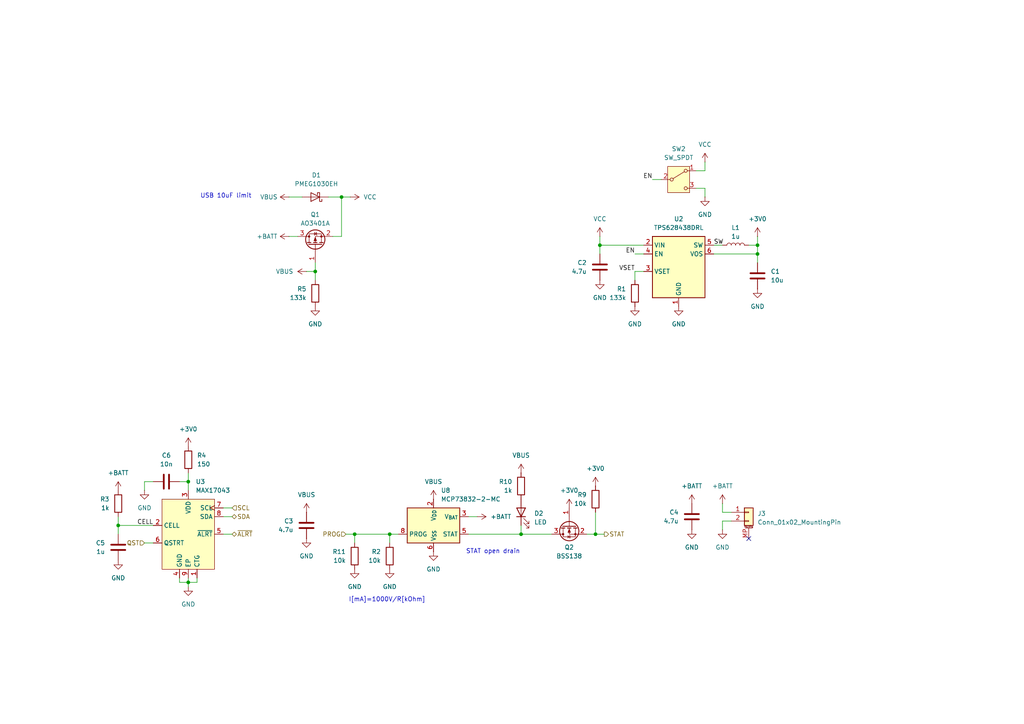
<source format=kicad_sch>
(kicad_sch (version 20250114) (generator "eeschema") (generator_version "9.0")
  (paper "A4")
  (lib_symbols
    (symbol "Battery_Management:MCP73832-2-MC"
      (property "Reference" "U" (at -7.62 6.35 0))
      (property "Value" "MCP73832-2-MC" (at 1.27 6.35 0))
      (symbol "MCP73832-2-MC_0_1"
        (rectangle (start -7.62 5.08) (end 7.62 -5.08) (stroke (width 0.254)) (fill (type background)))
      )
      (symbol "MCP73832-2-MC_1_1"
        (pin input line (at -10.16 -2.54 0) (length 2.54) (name "PROG") (number "8"))
        (pin no_connect line (at -7.62 2.54 0) (length 2.54) (hide yes) (name "NC") (number "7"))
        (pin passive line (at 0 7.62 270) (length 2.54) (hide yes) (name "V_{DD}") (number "1"))
        (pin power_in line (at 0 7.62 270) (length 2.54) (name "V_{DD}") (number "2"))
        (pin power_in line (at 0 -7.62 90) (length 2.54) (name "V_{SS}") (number "6"))
        (pin power_out line (at 10.16 2.54 180) (length 2.54) (name "V_{BAT}") (number "3"))
        (pin passive line (at 10.16 2.54 180) (length 2.54) (hide yes) (name "V_{BAT}") (number "4"))
        (pin open_collector line (at 10.16 -2.54 180) (length 2.54) (name "STAT") (number "5"))
      )
    )
    (symbol "Connector_Generic_MountingPin:Conn_01x02_MountingPin" (pin_names (offset 1.016) (hide yes))
      (property "Reference" "J" (at 0 2.54 0))
      (property "Value" "Conn_01x02_MountingPin" (at 1.27 -5.08 0))
      (symbol "Conn_01x02_MountingPin_1_1"
        (rectangle (start -1.27 1.27) (end 1.27 -3.81) (stroke (width 0.254)) (fill (type background)))
        (rectangle (start -1.27 0.127) (end 0 -0.127) (stroke (width 0.1524)))
        (rectangle (start -1.27 -2.413) (end 0 -2.667) (stroke (width 0.1524)))
        (polyline (pts (xy -1.016 -4.572) (xy 1.016 -4.572)) (stroke (width 0.1524)))
        (text "Mounting" (at 0 -4.191 0) (effects (font (size 0.381 0.381))))
        (pin passive line (at -5.08 0 0) (length 3.81) (name "Pin_1") (number "1"))
        (pin passive line (at -5.08 -2.54 0) (length 3.81) (name "Pin_2") (number "2"))
        (pin passive line (at 0 -7.62 90) (length 3.048) (name "MountPin") (number "MP"))
      )
    )
    (symbol "Device:C" (pin_numbers (hide yes)) (pin_names (offset 0.254))
      (property "Reference" "C" (at 0.635 2.54 0))
      (property "Value" "C" (at 0.635 -2.54 0))
      (symbol "C_0_1"
        (polyline (pts (xy -2.032 0.762) (xy 2.032 0.762)) (stroke (width 0.508)))
        (polyline (pts (xy -2.032 -0.762) (xy 2.032 -0.762)) (stroke (width 0.508)))
      )
      (symbol "C_1_1"
        (pin passive line (at 0 3.81 270) (length 2.794) (name "~") (number "1"))
        (pin passive line (at 0 -3.81 90) (length 2.794) (name "~") (number "2"))
      )
    )
    (symbol "Device:L" (pin_numbers (hide yes)) (pin_names (offset 1.016) (hide yes))
      (property "Reference" "L" (at -1.27 0 90))
      (property "Value" "L" (at 1.905 0 90))
      (symbol "L_0_1"
        (arc (start 0 2.54) (mid 0.6323 1.905) (end 0 1.27))
        (arc (start 0 1.27) (mid 0.6323 0.635) (end 0 0))
        (arc (start 0 0) (mid 0.6323 -0.635) (end 0 -1.27))
        (arc (start 0 -1.27) (mid 0.6323 -1.905) (end 0 -2.54))
      )
      (symbol "L_1_1"
        (pin passive line (at 0 3.81 270) (length 1.27) (name "1") (number "1"))
        (pin passive line (at 0 -3.81 90) (length 1.27) (name "2") (number "2"))
      )
    )
    (symbol "Device:LED" (pin_numbers (hide yes)) (pin_names (offset 1.016) (hide yes))
      (property "Reference" "D" (at 0 2.54 0))
      (property "Value" "LED" (at 0 -2.54 0))
      (symbol "LED_0_1"
        (polyline (pts (xy -3.048 -0.762) (xy -4.572 -2.286) (xy -3.81 -2.286) (xy -4.572 -2.286) (xy -4.572 -1.524)))
        (polyline (pts (xy -1.778 -0.762) (xy -3.302 -2.286) (xy -2.54 -2.286) (xy -3.302 -2.286) (xy -3.302 -1.524)))
        (polyline (pts (xy -1.27 0) (xy 1.27 0)))
        (polyline (pts (xy -1.27 -1.27) (xy -1.27 1.27)) (stroke (width 0.254)))
        (polyline (pts (xy 1.27 -1.27) (xy 1.27 1.27) (xy -1.27 0) (xy 1.27 -1.27)) (stroke (width 0.254)))
      )
      (symbol "LED_1_1"
        (pin passive line (at -3.81 0 0) (length 2.54) (name "K") (number "1"))
        (pin passive line (at 3.81 0 180) (length 2.54) (name "A") (number "2"))
      )
    )
    (symbol "Device:R" (pin_numbers (hide yes)) (pin_names (offset 0))
      (property "Reference" "R" (at 2.032 0 90))
      (property "Value" "R" (at 0 0 90))
      (symbol "R_0_1"
        (rectangle (start -1.016 -2.54) (end 1.016 2.54) (stroke (width 0.254)))
      )
      (symbol "R_1_1"
        (pin passive line (at 0 3.81 270) (length 1.27) (name "~") (number "1"))
        (pin passive line (at 0 -3.81 90) (length 1.27) (name "~") (number "2"))
      )
    )
    (symbol "Diode:PMEG1030EH" (pin_numbers (hide yes)) (pin_names (hide yes))
      (property "Reference" "D" (at 0 2.54 0))
      (property "Value" "PMEG1030EH" (at 0 -2.54 0))
      (symbol "PMEG1030EH_0_1"
        (polyline (pts (xy -1.905 0.635) (xy -1.905 1.27) (xy -1.27 1.27) (xy -1.27 -1.27) (xy -0.635 -1.27) (xy -0.635 -0.635)) (stroke (width 0.2032)))
        (polyline (pts (xy 1.27 1.27) (xy 1.27 -1.27) (xy -1.27 0) (xy 1.27 1.27)) (stroke (width 0.2032)))
        (polyline (pts (xy 1.27 0) (xy -1.27 0)))
      )
      (symbol "PMEG1030EH_1_1"
        (pin passive line (at -3.81 0 0) (length 2.54) (name "K") (number "1"))
        (pin passive line (at 3.81 0 180) (length 2.54) (name "A") (number "2"))
      )
    )
    (symbol "Project Library:MAX17043"
      (property "Reference" "U" (at -6.35 11.43 0))
      (property "Value" "MAX17043" (at 7.62 11.43 0))
      (symbol "MAX17043_1_1"
        (rectangle (start -7.62 10.16) (end 7.62 -10.16) (fill (type background)))
        (pin power_in line (at -10.16 2.54 0) (length 2.54) (name "CELL") (number "2"))
        (pin input line (at -10.16 -2.54 0) (length 2.54) (name "QSTRT") (number "6"))
        (pin power_in line (at -2.54 -12.7 90) (length 2.54) (name "GND") (number "4"))
        (pin power_in line (at 0 12.7 270) (length 2.54) (name "VDD") (number "3"))
        (pin power_in line (at 0 -12.7 90) (length 2.54) (name "EP") (number "9"))
        (pin input line (at 2.54 -12.7 90) (length 2.54) (name "CTG") (number "1"))
        (pin input clock (at 10.16 7.62 180) (length 2.54) (name "SCL") (number "7"))
        (pin tri_state line (at 10.16 5.08 180) (length 2.54) (name "SDA") (number "8"))
        (pin open_collector line (at 10.16 0 180) (length 2.54) (name "~{ALRT}") (number "5"))
      )
    )
    (symbol "Regulator_Switching:TPS628438DRL"
      (property "Reference" "U" (at -7.62 11.43 0))
      (property "Value" "TPS628438DRL" (at -1.27 11.43 0))
      (symbol "TPS628438DRL_0_1"
        (rectangle (start -7.62 10.16) (end 7.62 -7.62) (stroke (width 0.254)) (fill (type background)))
      )
      (symbol "TPS628438DRL_1_1"
        (pin power_in line (at -10.16 7.62 0) (length 2.54) (name "VIN") (number "2"))
        (pin input line (at -10.16 5.08 0) (length 2.54) (name "EN") (number "4"))
        (pin input line (at -10.16 0 0) (length 2.54) (name "VSET") (number "3"))
        (pin power_in line (at 0 -10.16 90) (length 2.54) (name "GND") (number "1"))
        (pin power_out line (at 10.16 7.62 180) (length 2.54) (name "SW") (number "5"))
        (pin input line (at 10.16 5.08 180) (length 2.54) (name "VOS") (number "6"))
      )
    )
    (symbol "Switch:SW_SPDT" (pin_names (offset 0) (hide yes))
      (property "Reference" "SW" (at 0 5.08 0))
      (property "Value" "SW_SPDT" (at 0 -5.08 0))
      (symbol "SW_SPDT_0_1"
        (circle (center -2.032 0) (radius 0.4572))
        (polyline (pts (xy -1.651 0.254) (xy 1.651 2.286)))
        (circle (center 2.032 2.54) (radius 0.4572))
        (circle (center 2.032 -2.54) (radius 0.4572))
      )
      (symbol "SW_SPDT_1_1"
        (rectangle (start -3.175 3.81) (end 3.175 -3.81) (fill (type background)))
        (pin passive line (at -5.08 0 0) (length 2.54) (name "B") (number "2"))
        (pin passive line (at 5.08 2.54 180) (length 2.54) (name "A") (number "1"))
        (pin passive line (at 5.08 -2.54 180) (length 2.54) (name "C") (number "3"))
      )
    )
    (symbol "Transistor_FET:AO3401A" (pin_names (hide yes))
      (property "Reference" "Q" (at 5.08 1.905 0))
      (property "Value" "AO3401A" (at 5.08 0 0))
      (symbol "AO3401A_0_1"
        (polyline (pts (xy 0.254 1.905) (xy 0.254 -1.905)) (stroke (width 0.254)))
        (polyline (pts (xy 0.254 0) (xy -2.54 0)))
        (polyline (pts (xy 0.762 2.286) (xy 0.762 1.27)) (stroke (width 0.254)))
        (polyline (pts (xy 0.762 1.778) (xy 3.302 1.778) (xy 3.302 -1.778) (xy 0.762 -1.778)))
        (polyline (pts (xy 0.762 0.508) (xy 0.762 -0.508)) (stroke (width 0.254)))
        (polyline (pts (xy 0.762 -1.27) (xy 0.762 -2.286)) (stroke (width 0.254)))
        (circle (center 1.651 0) (radius 2.794) (stroke (width 0.254)))
        (polyline (pts (xy 2.286 0) (xy 1.27 0.381) (xy 1.27 -0.381) (xy 2.286 0)) (fill (type outline)))
        (polyline (pts (xy 2.54 2.54) (xy 2.54 1.778)))
        (circle (center 2.54 1.778) (radius 0.254) (fill (type outline)))
        (circle (center 2.54 -1.778) (radius 0.254) (fill (type outline)))
        (polyline (pts (xy 2.54 -2.54) (xy 2.54 0) (xy 0.762 0)))
        (polyline (pts (xy 2.794 -0.508) (xy 2.921 -0.381) (xy 3.683 -0.381) (xy 3.81 -0.254)))
        (polyline (pts (xy 3.302 -0.381) (xy 2.921 0.254) (xy 3.683 0.254) (xy 3.302 -0.381)))
      )
      (symbol "AO3401A_1_1"
        (pin input line (at -5.08 0 0) (length 2.54) (name "G") (number "1"))
        (pin passive line (at 2.54 5.08 270) (length 2.54) (name "D") (number "3"))
        (pin passive line (at 2.54 -5.08 90) (length 2.54) (name "S") (number "2"))
      )
    )
    (symbol "Transistor_FET:BSS138" (pin_names (offset 0) (hide yes))
      (property "Reference" "Q" (at 5.08 1.905 0))
      (property "Value" "BSS138" (at 5.08 0 0))
      (symbol "BSS138_0_1"
        (polyline (pts (xy 0.254 1.905) (xy 0.254 -1.905)) (stroke (width 0.254)))
        (polyline (pts (xy 0.254 0) (xy -2.54 0)))
        (polyline (pts (xy 0.762 2.286) (xy 0.762 1.27)) (stroke (width 0.254)))
        (polyline (pts (xy 0.762 0.508) (xy 0.762 -0.508)) (stroke (width 0.254)))
        (polyline (pts (xy 0.762 -1.27) (xy 0.762 -2.286)) (stroke (width 0.254)))
        (polyline (pts (xy 0.762 -1.778) (xy 3.302 -1.778) (xy 3.302 1.778) (xy 0.762 1.778)))
        (polyline (pts (xy 1.016 0) (xy 2.032 0.381) (xy 2.032 -0.381) (xy 1.016 0)) (fill (type outline)))
        (circle (center 1.651 0) (radius 2.794) (stroke (width 0.254)))
        (polyline (pts (xy 2.54 2.54) (xy 2.54 1.778)))
        (circle (center 2.54 1.778) (radius 0.254) (fill (type outline)))
        (circle (center 2.54 -1.778) (radius 0.254) (fill (type outline)))
        (polyline (pts (xy 2.54 -2.54) (xy 2.54 0) (xy 0.762 0)))
        (polyline (pts (xy 2.921 0.381) (xy 3.683 0.381)))
        (polyline (pts (xy 3.302 0.381) (xy 2.921 -0.254) (xy 3.683 -0.254) (xy 3.302 0.381)))
      )
      (symbol "BSS138_1_1"
        (pin input line (at -5.08 0 0) (length 2.54) (name "G") (number "1"))
        (pin passive line (at 2.54 5.08 270) (length 2.54) (name "D") (number "3"))
        (pin passive line (at 2.54 -5.08 90) (length 2.54) (name "S") (number "2"))
      )
    )
    (symbol "power:+3V0" (power) (pin_numbers (hide yes)) (pin_names (offset 0) (hide yes))
      (property "Value" "+3V0" (at 0 3.556 0))
      (symbol "+3V0_0_1"
        (polyline (pts (xy -0.762 1.27) (xy 0 2.54)))
        (polyline (pts (xy 0 2.54) (xy 0.762 1.27)))
        (polyline (pts (xy 0 0) (xy 0 2.54)))
      )
      (symbol "+3V0_1_1"
        (pin power_in line (at 0 0 90) (length 0) (name "~") (number "1"))
      )
    )
    (symbol "power:+BATT" (power) (pin_numbers (hide yes)) (pin_names (offset 0) (hide yes))
      (property "Value" "+BATT" (at 0 3.556 0))
      (symbol "+BATT_0_1"
        (polyline (pts (xy -0.762 1.27) (xy 0 2.54)))
        (polyline (pts (xy 0 2.54) (xy 0.762 1.27)))
        (polyline (pts (xy 0 0) (xy 0 2.54)))
      )
      (symbol "+BATT_1_1"
        (pin power_in line (at 0 0 90) (length 0) (name "~") (number "1"))
      )
    )
    (symbol "power:GND" (power) (pin_numbers (hide yes)) (pin_names (offset 0) (hide yes))
      (property "Value" "GND" (at 0 -3.81 0))
      (symbol "GND_0_1"
        (polyline (pts (xy 0 0) (xy 0 -1.27) (xy 1.27 -1.27) (xy 0 -2.54) (xy -1.27 -1.27) (xy 0 -1.27)))
      )
      (symbol "GND_1_1"
        (pin power_in line (at 0 0 270) (length 0) (name "~") (number "1"))
      )
    )
    (symbol "power:VBUS" (power) (pin_numbers (hide yes)) (pin_names (offset 0) (hide yes))
      (property "Value" "VBUS" (at 0 3.556 0))
      (symbol "VBUS_0_1"
        (polyline (pts (xy -0.762 1.27) (xy 0 2.54)))
        (polyline (pts (xy 0 2.54) (xy 0.762 1.27)))
        (polyline (pts (xy 0 0) (xy 0 2.54)))
      )
      (symbol "VBUS_1_1"
        (pin power_in line (at 0 0 90) (length 0) (name "~") (number "1"))
      )
    )
    (symbol "power:VCC" (power) (pin_numbers (hide yes)) (pin_names (offset 0) (hide yes))
      (property "Value" "VCC" (at 0 3.556 0))
      (symbol "VCC_0_1"
        (polyline (pts (xy -0.762 1.27) (xy 0 2.54)))
        (polyline (pts (xy 0 2.54) (xy 0.762 1.27)))
        (polyline (pts (xy 0 0) (xy 0 2.54)))
      )
      (symbol "VCC_1_1"
        (pin power_in line (at 0 0 90) (length 0) (name "~") (number "1"))
      )
    )
  )
  (text "STAT open drain" (at 143.002 160.02 0) (effects (font (size 1.27 1.27))))
  (text "USB 10uF limit" (at 65.532 56.896 0) (effects (font (size 1.27 1.27))))
  (text "I[mA]=1000V/R[kOhm]" (at 112.268 173.99 0) (effects (font (size 1.27 1.27))))
  (junction (at 99.06 57.15))
  (junction (at 151.13 154.94))
  (junction (at 113.03 154.94))
  (junction (at 54.61 139.7))
  (junction (at 102.87 154.94))
  (junction (at 91.44 78.74))
  (junction (at 54.61 168.91))
  (junction (at 172.72 154.94))
  (junction (at 173.99 71.12))
  (junction (at 219.71 71.12))
  (junction (at 219.71 73.66))
  (junction (at 34.29 152.4))
  (no_connect (at 217.17 156.21))
  (wire (pts (xy 34.29 152.4) (xy 34.29 154.94)))
  (wire (pts (xy 219.71 68.58) (xy 219.71 71.12)))
  (wire (pts (xy 83.82 68.58) (xy 86.36 68.58)))
  (wire (pts (xy 88.9 78.74) (xy 91.44 78.74)))
  (wire (pts (xy 209.55 148.59) (xy 209.55 146.05)))
  (wire (pts (xy 219.71 73.66) (xy 219.71 76.2)))
  (wire (pts (xy 173.99 68.58) (xy 173.99 71.12)))
  (wire (pts (xy 219.71 73.66) (xy 219.71 71.12)))
  (wire (pts (xy 44.45 139.7) (xy 41.91 139.7)))
  (wire (pts (xy 115.57 154.94) (xy 113.03 154.94)))
  (wire (pts (xy 95.25 57.15) (xy 99.06 57.15)))
  (wire (pts (xy 99.06 57.15) (xy 101.6 57.15)))
  (wire (pts (xy 64.77 147.32) (xy 67.31 147.32)))
  (wire (pts (xy 173.99 71.12) (xy 173.99 73.66)))
  (wire (pts (xy 41.91 139.7) (xy 41.91 142.24)))
  (wire (pts (xy 207.01 73.66) (xy 219.71 73.66)))
  (wire (pts (xy 52.07 167.64) (xy 52.07 168.91)))
  (wire (pts (xy 91.44 76.2) (xy 91.44 78.74)))
  (wire (pts (xy 207.01 71.12) (xy 209.55 71.12)))
  (wire (pts (xy 204.47 46.99) (xy 204.47 49.53)))
  (wire (pts (xy 189.23 52.07) (xy 191.77 52.07)))
  (wire (pts (xy 99.06 68.58) (xy 99.06 57.15)))
  (wire (pts (xy 34.29 149.86) (xy 34.29 152.4)))
  (wire (pts (xy 54.61 139.7) (xy 54.61 142.24)))
  (wire (pts (xy 54.61 168.91) (xy 57.15 168.91)))
  (wire (pts (xy 204.47 54.61) (xy 201.93 54.61)))
  (wire (pts (xy 184.15 73.66) (xy 186.69 73.66)))
  (wire (pts (xy 52.07 168.91) (xy 54.61 168.91)))
  (wire (pts (xy 113.03 154.94) (xy 113.03 157.48)))
  (wire (pts (xy 41.91 157.48) (xy 44.45 157.48)))
  (wire (pts (xy 212.09 148.59) (xy 209.55 148.59)))
  (wire (pts (xy 100.33 154.94) (xy 102.87 154.94)))
  (wire (pts (xy 83.82 57.15) (xy 87.63 57.15)))
  (wire (pts (xy 204.47 49.53) (xy 201.93 49.53)))
  (wire (pts (xy 54.61 137.16) (xy 54.61 139.7)))
  (wire (pts (xy 135.89 154.94) (xy 151.13 154.94)))
  (wire (pts (xy 135.89 149.86) (xy 138.43 149.86)))
  (wire (pts (xy 102.87 154.94) (xy 113.03 154.94)))
  (wire (pts (xy 91.44 78.74) (xy 91.44 81.28)))
  (wire (pts (xy 57.15 168.91) (xy 57.15 167.64)))
  (wire (pts (xy 212.09 151.13) (xy 209.55 151.13)))
  (wire (pts (xy 173.99 71.12) (xy 186.69 71.12)))
  (wire (pts (xy 54.61 167.64) (xy 54.61 168.91)))
  (wire (pts (xy 52.07 139.7) (xy 54.61 139.7)))
  (wire (pts (xy 151.13 154.94) (xy 160.02 154.94)))
  (wire (pts (xy 172.72 148.59) (xy 172.72 154.94)))
  (wire (pts (xy 175.26 154.94) (xy 172.72 154.94)))
  (wire (pts (xy 172.72 154.94) (xy 170.18 154.94)))
  (wire (pts (xy 209.55 151.13) (xy 209.55 153.67)))
  (wire (pts (xy 186.69 78.74) (xy 184.15 78.74)))
  (wire (pts (xy 102.87 154.94) (xy 102.87 157.48)))
  (wire (pts (xy 34.29 152.4) (xy 44.45 152.4)))
  (wire (pts (xy 64.77 149.86) (xy 67.31 149.86)))
  (wire (pts (xy 54.61 168.91) (xy 54.61 170.18)))
  (wire (pts (xy 151.13 152.4) (xy 151.13 154.94)))
  (wire (pts (xy 96.52 68.58) (xy 99.06 68.58)))
  (wire (pts (xy 204.47 57.15) (xy 204.47 54.61)))
  (wire (pts (xy 64.77 154.94) (xy 67.31 154.94)))
  (wire (pts (xy 219.71 71.12) (xy 217.17 71.12)))
  (wire (pts (xy 184.15 78.74) (xy 184.15 81.28)))
  (label "EN" (at 184.15 73.66 180))
  (label "SW" (at 207.01 71.12 0))
  (label "CELL" (at 44.45 152.4 180))
  (label "EN" (at 189.23 52.07 180))
  (label "VSET" (at 184.15 78.74 180))
  (hierarchical_label "~{ALRT}" (shape tri_state) (at 67.31 154.94 0))
  (hierarchical_label "SDA" (shape bidirectional) (at 67.31 149.86 0))
  (hierarchical_label "QST" (shape input) (at 41.91 157.48 180))
  (hierarchical_label "STAT" (shape output) (at 175.26 154.94 0))
  (hierarchical_label "SCL" (shape input) (at 67.31 147.32 0))
  (hierarchical_label "PROG" (shape input) (at 100.33 154.94 180))
  (symbol (lib_id "Switch:SW_SPDT") (at 196.85 52.07 0) (unit 1)
    (property "Reference" "SW2" (at 196.85 43.18 0))
    (property "Value" "SW_SPDT" (at 196.85 45.72 0))
    (property "Footprint" "Button_Switch_SMD:SW_SPDT_PCM12" (effects (hide yes)))
    (property "Description" "Switch, single pole double throw" (effects (hide yes)))
  )
  (symbol (lib_id "power:GND") (at 219.71 83.82 0) (unit 1)
    (property "Reference" "#PWR014" (effects (hide yes)))
    (property "Value" "GND" (at 219.71 88.9 0))
    (property "Description" "Power symbol creates a global label with name \"GND\" , ground" (effects (hide yes)))
  )
  (symbol (lib_id "Device:R") (at 113.03 161.29 0) (unit 1)
    (property "Reference" "R2" (at 110.49 160.0199 0) (effects (justify right)))
    (property "Value" "10k" (at 110.49 162.5599 0) (effects (justify right)))
    (property "Footprint" "Resistor_SMD:R_0402_1005Metric" (effects (hide yes)))
    (property "Description" "Resistor" (effects (hide yes)))
  )
  (symbol (lib_id "power:GND") (at 184.15 88.9 0) (unit 1)
    (property "Reference" "#PWR012" (effects (hide yes)))
    (property "Value" "GND" (at 184.15 93.98 0))
    (property "Description" "Power symbol creates a global label with name \"GND\" , ground" (effects (hide yes)))
  )
  (symbol (lib_id "power:GND") (at 54.61 170.18 0) (unit 1)
    (property "Reference" "#PWR010" (effects (hide yes)))
    (property "Value" "GND" (at 54.61 175.26 0))
    (property "Description" "Power symbol creates a global label with name \"GND\" , ground" (effects (hide yes)))
  )
  (symbol (lib_id "Device:C") (at 200.66 149.86 0) (mirror y) (unit 1)
    (property "Reference" "C4" (at 196.85 148.5899 0) (effects (justify left)))
    (property "Value" "4.7u" (at 196.85 151.1299 0) (effects (justify left)))
    (property "Footprint" "Capacitor_SMD:C_0603_1608Metric" (effects (hide yes)))
    (property "Description" "Unpolarized capacitor" (effects (hide yes)))
  )
  (symbol (lib_id "power:GND") (at 102.87 165.1 0) (unit 1)
    (property "Reference" "#PWR077" (effects (hide yes)))
    (property "Value" "GND" (at 102.87 170.18 0))
    (property "Description" "Power symbol creates a global label with name \"GND\" , ground" (effects (hide yes)))
  )
  (symbol (lib_id "power:+BATT") (at 34.29 142.24 0) (unit 1)
    (property "Reference" "#PWR030" (effects (hide yes)))
    (property "Value" "+BATT" (at 34.29 137.16 0))
    (property "Description" "Power symbol creates a global label with name \"+BATT\"" (effects (hide yes)))
  )
  (symbol (lib_id "Device:R") (at 151.13 140.97 0) (unit 1)
    (property "Reference" "R10" (at 148.59 139.6999 0) (effects (justify right)))
    (property "Value" "1k" (at 148.59 142.2399 0) (effects (justify right)))
    (property "Footprint" "Resistor_SMD:R_0402_1005Metric" (effects (hide yes)))
    (property "Description" "Resistor" (effects (hide yes)))
  )
  (symbol (lib_id "power:+BATT") (at 138.43 149.86 270) (unit 1)
    (property "Reference" "#PWR025" (effects (hide yes)))
    (property "Value" "+BATT" (at 142.24 149.8599 90) (effects (justify left)))
    (property "Description" "Power symbol creates a global label with name \"+BATT\"" (effects (hide yes)))
  )
  (symbol (lib_id "power:GND") (at 88.9 156.21 0) (unit 1)
    (property "Reference" "#PWR023" (effects (hide yes)))
    (property "Value" "GND" (at 88.9 161.29 0))
    (property "Description" "Power symbol creates a global label with name \"GND\" , ground" (effects (hide yes)))
  )
  (symbol (lib_id "power:VCC") (at 101.6 57.15 270) (unit 1)
    (property "Reference" "#PWR028" (effects (hide yes)))
    (property "Value" "VCC" (at 105.41 57.1499 90) (effects (justify left)))
    (property "Description" "Power symbol creates a global label with name \"VCC\"" (effects (hide yes)))
  )
  (symbol (lib_id "power:GND") (at 34.29 162.56 0) (unit 1)
    (property "Reference" "#PWR027" (effects (hide yes)))
    (property "Value" "GND" (at 34.29 167.64 0))
    (property "Description" "Power symbol creates a global label with name \"GND\" , ground" (effects (hide yes)))
  )
  (symbol (lib_id "Device:C") (at 34.29 158.75 0) (mirror y) (unit 1)
    (property "Reference" "C5" (at 30.48 157.4799 0) (effects (justify left)))
    (property "Value" "1u" (at 30.48 160.0199 0) (effects (justify left)))
    (property "Footprint" "Capacitor_SMD:C_0402_1005Metric" (effects (hide yes)))
    (property "Description" "Unpolarized capacitor" (effects (hide yes)))
  )
  (symbol (lib_id "Project Library:MAX17043") (at 54.61 154.94 0) (unit 1)
    (property "Reference" "U3" (at 56.7533 139.7 0) (effects (justify left)))
    (property "Value" "MAX17043" (at 56.7533 142.24 0) (effects (justify left)))
    (property "Footprint" "Package_DFN_QFN:Maxim_WSON-8-1EP_3x2mm_P0.5mm_EP1.75x1.63mm" (effects (hide yes)))
    (property "Datasheet" "https://www.analog.com/media/en/technical-documentation/data-sheets/MAX17043-MAX17044.pdf" (effects (hide yes)))
  )
  (symbol (lib_id "power:+3V0") (at 54.61 129.54 0) (unit 1)
    (property "Reference" "#PWR07" (effects (hide yes)))
    (property "Value" "+3V0" (at 54.61 124.46 0))
    (property "Description" "Power symbol creates a global label with name \"+3V0\"" (effects (hide yes)))
  )
  (symbol (lib_id "Transistor_FET:AO3401A") (at 91.44 71.12 90) (unit 1)
    (property "Reference" "Q1" (at 91.44 62.23 90))
    (property "Value" "AO3401A" (at 91.44 64.77 90))
    (property "Footprint" "Package_TO_SOT_SMD:SOT-23" (effects (hide yes)))
    (property "Datasheet" "http://www.aosmd.com/pdfs/datasheet/AO3401A.pdf" (effects (hide yes)))
    (property "Description" "-4.0A Id, -30V Vds, P-Channel MOSFET, SOT-23" (effects (hide yes)))
  )
  (symbol (lib_id "power:VBUS") (at 125.73 144.78 0) (unit 1)
    (property "Reference" "#PWR021" (effects (hide yes)))
    (property "Value" "VBUS" (at 125.73 139.7 0))
    (property "Description" "Power symbol creates a global label with name \"VBUS\"" (effects (hide yes)))
  )
  (symbol (lib_id "Device:R") (at 172.72 144.78 0) (unit 1)
    (property "Reference" "R9" (at 170.18 143.5099 0) (effects (justify right)))
    (property "Value" "10k" (at 170.18 146.0499 0) (effects (justify right)))
    (property "Footprint" "Resistor_SMD:R_0402_1005Metric" (effects (hide yes)))
    (property "Description" "Resistor" (effects (hide yes)))
  )
  (symbol (lib_id "power:+3V0") (at 172.72 140.97 0) (unit 1)
    (property "Reference" "#PWR074" (effects (hide yes)))
    (property "Value" "+3V0" (at 172.72 135.89 0))
    (property "Description" "Power symbol creates a global label with name \"+3V0\"" (effects (hide yes)))
  )
  (symbol (lib_id "power:VCC") (at 204.47 46.99 0) (unit 1)
    (property "Reference" "#PWR018" (effects (hide yes)))
    (property "Value" "VCC" (at 204.47 41.91 0))
    (property "Description" "Power symbol creates a global label with name \"VCC\"" (effects (hide yes)))
  )
  (symbol (lib_id "Device:C") (at 48.26 139.7 90) (unit 1)
    (property "Reference" "C6" (at 48.26 132.08 90))
    (property "Value" "10n" (at 48.26 134.62 90))
    (property "Footprint" "Capacitor_SMD:C_0402_1005Metric" (effects (hide yes)))
    (property "Description" "Unpolarized capacitor" (effects (hide yes)))
  )
  (symbol (lib_id "Device:C") (at 173.99 77.47 0) (mirror y) (unit 1)
    (property "Reference" "C2" (at 170.18 76.1999 0) (effects (justify left)))
    (property "Value" "4.7u" (at 170.18 78.7399 0) (effects (justify left)))
    (property "Footprint" "Capacitor_SMD:C_0603_1608Metric" (effects (hide yes)))
    (property "Description" "Unpolarized capacitor" (effects (hide yes)))
  )
  (symbol (lib_id "power:GND") (at 200.66 153.67 0) (unit 1)
    (property "Reference" "#PWR024" (effects (hide yes)))
    (property "Value" "GND" (at 200.66 158.75 0))
    (property "Description" "Power symbol creates a global label with name \"GND\" , ground" (effects (hide yes)))
  )
  (symbol (lib_id "Regulator_Switching:TPS628438DRL") (at 196.85 78.74 0) (unit 1)
    (property "Reference" "U2" (at 196.85 63.5 0))
    (property "Value" "TPS628438DRL" (at 196.85 66.04 0))
    (property "Footprint" "Package_TO_SOT_SMD:SOT-563" (effects (hide yes)))
    (property "Datasheet" "https://www.ti.com/lit/ds/symlink/tps62843.pdf" (effects (hide yes)))
    (property "Description" "600mA Step-Down Converter with DCS-Control, ultra-low Iq, 1.8-5.5 Vin, 1.8-3.6 Vout, SOT-563" (effects (hide yes)))
  )
  (symbol (lib_id "power:GND") (at 196.85 88.9 0) (unit 1)
    (property "Reference" "#PWR011" (effects (hide yes)))
    (property "Value" "GND" (at 196.85 93.98 0))
    (property "Description" "Power symbol creates a global label with name \"GND\" , ground" (effects (hide yes)))
  )
  (symbol (lib_id "Device:R") (at 34.29 146.05 0) (unit 1)
    (property "Reference" "R3" (at 31.75 144.7799 0) (effects (justify right)))
    (property "Value" "1k" (at 31.75 147.3199 0) (effects (justify right)))
    (property "Footprint" "Resistor_SMD:R_0402_1005Metric" (effects (hide yes)))
    (property "Description" "Resistor" (effects (hide yes)))
  )
  (symbol (lib_id "power:+BATT") (at 83.82 68.58 90) (unit 1)
    (property "Reference" "#PWR03" (effects (hide yes)))
    (property "Value" "+BATT" (at 77.47 68.58 90))
    (property "Description" "Power symbol creates a global label with name \"+BATT\"" (effects (hide yes)))
  )
  (symbol (lib_id "power:VCC") (at 173.99 68.58 0) (unit 1)
    (property "Reference" "#PWR015" (effects (hide yes)))
    (property "Value" "VCC" (at 173.99 63.5 0))
    (property "Description" "Power symbol creates a global label with name \"VCC\"" (effects (hide yes)))
  )
  (symbol (lib_id "power:VBUS") (at 88.9 78.74 90) (unit 1)
    (property "Reference" "#PWR029" (effects (hide yes)))
    (property "Value" "VBUS" (at 85.09 78.7399 90) (effects (justify left)))
    (property "Description" "Power symbol creates a global label with name \"VBUS\"" (effects (hide yes)))
  )
  (symbol (lib_id "Device:R") (at 184.15 85.09 0) (unit 1)
    (property "Reference" "R1" (at 181.61 83.8199 0) (effects (justify right)))
    (property "Value" "133k" (at 181.61 86.3599 0) (effects (justify right)))
    (property "Footprint" "Resistor_SMD:R_0402_1005Metric" (effects (hide yes)))
    (property "Description" "Resistor" (effects (hide yes)))
  )
  (symbol (lib_id "Device:L") (at 213.36 71.12 90) (unit 1)
    (property "Reference" "L1" (at 213.36 66.04 90))
    (property "Value" "1u" (at 213.36 68.58 90))
    (property "Footprint" "Inductor_SMD:L_0805_2012Metric" (effects (hide yes)))
    (property "Description" "Inductor" (effects (hide yes)))
  )
  (symbol (lib_id "power:+3V0") (at 165.1 147.32 0) (unit 1)
    (property "Reference" "#PWR075" (effects (hide yes)))
    (property "Value" "+3V0" (at 165.1 142.24 0))
    (property "Description" "Power symbol creates a global label with name \"+3V0\"" (effects (hide yes)))
  )
  (symbol (lib_id "power:GND") (at 125.73 160.02 0) (unit 1)
    (property "Reference" "#PWR08" (effects (hide yes)))
    (property "Value" "GND" (at 125.73 165.1 0))
    (property "Description" "Power symbol creates a global label with name \"GND\" , ground" (effects (hide yes)))
  )
  (symbol (lib_id "Device:C") (at 88.9 152.4 0) (mirror y) (unit 1)
    (property "Reference" "C3" (at 85.09 151.1299 0) (effects (justify left)))
    (property "Value" "4.7u" (at 85.09 153.6699 0) (effects (justify left)))
    (property "Footprint" "Capacitor_SMD:C_0603_1608Metric" (effects (hide yes)))
    (property "Description" "Unpolarized capacitor" (effects (hide yes)))
  )
  (symbol (lib_id "power:GND") (at 173.99 81.28 0) (unit 1)
    (property "Reference" "#PWR016" (effects (hide yes)))
    (property "Value" "GND" (at 173.99 86.36 0))
    (property "Description" "Power symbol creates a global label with name \"GND\" , ground" (effects (hide yes)))
  )
  (symbol (lib_id "power:+BATT") (at 200.66 146.05 0) (unit 1)
    (property "Reference" "#PWR02" (effects (hide yes)))
    (property "Value" "+BATT" (at 200.66 140.97 0))
    (property "Description" "Power symbol creates a global label with name \"+BATT\"" (effects (hide yes)))
  )
  (symbol (lib_id "Battery_Management:MCP73832-2-MC") (at 125.73 152.4 0) (unit 1)
    (property "Reference" "U8" (at 127.8733 142.24 0) (effects (justify left)))
    (property "Value" "MCP73832-2-MC" (at 127.8733 144.78 0) (effects (justify left)))
    (property "Footprint" "Package_DFN_QFN:DFN-8-1EP_3x2mm_P0.5mm_EP1.7x1.4mm" (effects (hide yes)))
    (property "Datasheet" "http://ww1.microchip.com/downloads/en/DeviceDoc/20001984g.pdf" (effects (hide yes)))
    (property "Description" "Single cell, Li-Ion/Li-Po charge management controller, 4.20V, Open-Drain Status Output, in DFN-8 package" (effects (hide yes)))
  )
  (symbol (lib_id "power:GND") (at 204.47 57.15 0) (unit 1)
    (property "Reference" "#PWR017" (effects (hide yes)))
    (property "Value" "GND" (at 204.47 62.23 0))
    (property "Description" "Power symbol creates a global label with name \"GND\" , ground" (effects (hide yes)))
  )
  (symbol (lib_id "Device:LED") (at 151.13 148.59 90) (unit 1)
    (property "Reference" "D2" (at 154.94 148.9074 90) (effects (justify right)))
    (property "Value" "LED" (at 154.94 151.4474 90) (effects (justify right)))
    (property "Footprint" "LED_SMD:LED_0603_1608Metric" (effects (hide yes)))
    (property "Description" "Light emitting diode" (effects (hide yes)))
    (property "Sim.Pins" "1=K 2=A" (effects (hide yes)))
  )
  (symbol (lib_id "power:VBUS") (at 83.82 57.15 90) (unit 1)
    (property "Reference" "#PWR06" (effects (hide yes)))
    (property "Value" "VBUS" (at 77.978 57.15 90))
    (property "Description" "Power symbol creates a global label with name \"VBUS\"" (effects (hide yes)))
  )
  (symbol (lib_id "Device:R") (at 102.87 161.29 0) (unit 1)
    (property "Reference" "R11" (at 100.33 160.0199 0) (effects (justify right)))
    (property "Value" "10k" (at 100.33 162.5599 0) (effects (justify right)))
    (property "Footprint" "Resistor_SMD:R_0402_1005Metric" (effects (hide yes)))
    (property "Description" "Resistor" (effects (hide yes)))
  )
  (symbol (lib_id "Diode:PMEG1030EH") (at 91.44 57.15 180) (unit 1)
    (property "Reference" "D1" (at 91.7575 50.8 0))
    (property "Value" "PMEG1030EH" (at 91.7575 53.34 0))
    (property "Footprint" "Diode_SMD:D_SOD-123F" (effects (hide yes)))
    (property "Datasheet" "https://assets.nexperia.com/documents/data-sheet/PMEG1030EH_EJ.pdf" (effects (hide yes)))
    (property "Description" "10V, 3A ultra low Vf MEGA Schottky barrier rectifier, SOD-123F" (effects (hide yes)))
  )
  (symbol (lib_id "Transistor_FET:BSS138") (at 165.1 152.4 90) (mirror x) (unit 1)
    (property "Reference" "Q2" (at 165.1 158.75 90))
    (property "Value" "BSS138" (at 165.1 161.29 90))
    (property "Footprint" "Package_TO_SOT_SMD:SOT-23" (effects (hide yes)))
    (property "Datasheet" "https://www.onsemi.com/pub/Collateral/BSS138-D.PDF" (effects (hide yes)))
    (property "Description" "50V Vds, 0.22A Id, N-Channel MOSFET, SOT-23" (effects (hide yes)))
  )
  (symbol (lib_id "power:VBUS") (at 151.13 137.16 0) (unit 1)
    (property "Reference" "#PWR076" (effects (hide yes)))
    (property "Value" "VBUS" (at 151.13 132.08 0))
    (property "Description" "Power symbol creates a global label with name \"VBUS\"" (effects (hide yes)))
  )
  (symbol (lib_id "power:GND") (at 91.44 88.9 0) (unit 1)
    (property "Reference" "#PWR031" (effects (hide yes)))
    (property "Value" "GND" (at 91.44 93.98 0))
    (property "Description" "Power symbol creates a global label with name \"GND\" , ground" (effects (hide yes)))
  )
  (symbol (lib_id "Device:R") (at 54.61 133.35 0) (mirror y) (unit 1)
    (property "Reference" "R4" (at 57.15 132.0799 0) (effects (justify right)))
    (property "Value" "150" (at 57.15 134.6199 0) (effects (justify right)))
    (property "Footprint" "Resistor_SMD:R_0402_1005Metric" (effects (hide yes)))
    (property "Description" "Resistor" (effects (hide yes)))
  )
  (symbol (lib_id "Device:C") (at 219.71 80.01 0) (unit 1)
    (property "Reference" "C1" (at 223.52 78.7399 0) (effects (justify left)))
    (property "Value" "10u" (at 223.52 81.2799 0) (effects (justify left)))
    (property "Footprint" "Capacitor_SMD:C_0603_1608Metric" (effects (hide yes)))
    (property "Description" "Unpolarized capacitor" (effects (hide yes)))
  )
  (symbol (lib_id "power:+3V0") (at 219.71 68.58 0) (unit 1)
    (property "Reference" "#PWR01" (effects (hide yes)))
    (property "Value" "+3V0" (at 219.71 63.5 0))
    (property "Description" "Power symbol creates a global label with name \"+3V0\"" (effects (hide yes)))
  )
  (symbol (lib_id "power:GND") (at 113.03 165.1 0) (unit 1)
    (property "Reference" "#PWR09" (effects (hide yes)))
    (property "Value" "GND" (at 113.03 170.18 0))
    (property "Description" "Power symbol creates a global label with name \"GND\" , ground" (effects (hide yes)))
  )
  (symbol (lib_id "power:GND") (at 41.91 142.24 0) (unit 1)
    (property "Reference" "#PWR026" (effects (hide yes)))
    (property "Value" "GND" (at 41.91 147.32 0))
    (property "Description" "Power symbol creates a global label with name \"GND\" , ground" (effects (hide yes)))
  )
  (symbol (lib_id "Device:R") (at 91.44 85.09 0) (unit 1)
    (property "Reference" "R5" (at 88.9 83.8199 0) (effects (justify right)))
    (property "Value" "133k" (at 88.9 86.3599 0) (effects (justify right)))
    (property "Footprint" "Resistor_SMD:R_0402_1005Metric" (effects (hide yes)))
    (property "Description" "Resistor" (effects (hide yes)))
  )
  (symbol (lib_id "Connector_Generic_MountingPin:Conn_01x02_MountingPin") (at 217.17 148.59 0) (unit 1)
    (property "Reference" "J3" (at 219.71 148.9455 0) (effects (justify left)))
    (property "Value" "Conn_01x02_MountingPin" (at 219.71 151.4855 0) (effects (justify left)))
    (property "Footprint" "Connector_JST:JST_PH_S2B-PH-SM4-TB_1x02-1MP_P2.00mm_Horizontal" (effects (hide yes)))
    (property "Description" "Generic connectable mounting pin connector, single row, 01x02, script generated (kicad-library-utils/schlib/autogen/connector/)" (effects (hide yes)))
  )
  (symbol (lib_id "power:VBUS") (at 88.9 148.59 0) (unit 1)
    (property "Reference" "#PWR022" (effects (hide yes)))
    (property "Value" "VBUS" (at 88.9 143.51 0))
    (property "Description" "Power symbol creates a global label with name \"VBUS\"" (effects (hide yes)))
  )
  (symbol (lib_id "power:GND") (at 209.55 153.67 0) (unit 1)
    (property "Reference" "#PWR020" (effects (hide yes)))
    (property "Value" "GND" (at 209.55 158.75 0))
    (property "Description" "Power symbol creates a global label with name \"GND\" , ground" (effects (hide yes)))
  )
  (symbol (lib_id "power:+BATT") (at 209.55 146.05 0) (unit 1)
    (property "Reference" "#PWR019" (effects (hide yes)))
    (property "Value" "+BATT" (at 209.55 140.97 0))
    (property "Description" "Power symbol creates a global label with name \"+BATT\"" (effects (hide yes)))
  )
)
</source>
